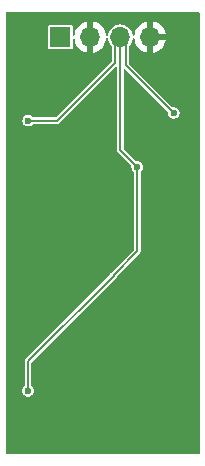
<source format=gbr>
%TF.GenerationSoftware,KiCad,Pcbnew,8.0.1*%
%TF.CreationDate,2025-01-22T19:40:40-07:00*%
%TF.ProjectId,Button,42757474-6f6e-42e6-9b69-6361645f7063,rev?*%
%TF.SameCoordinates,Original*%
%TF.FileFunction,Copper,L2,Bot*%
%TF.FilePolarity,Positive*%
%FSLAX46Y46*%
G04 Gerber Fmt 4.6, Leading zero omitted, Abs format (unit mm)*
G04 Created by KiCad (PCBNEW 8.0.1) date 2025-01-22 19:40:40*
%MOMM*%
%LPD*%
G01*
G04 APERTURE LIST*
%TA.AperFunction,ComponentPad*%
%ADD10R,1.700000X1.700000*%
%TD*%
%TA.AperFunction,ComponentPad*%
%ADD11O,1.700000X1.700000*%
%TD*%
%TA.AperFunction,ViaPad*%
%ADD12C,0.600000*%
%TD*%
%TA.AperFunction,Conductor*%
%ADD13C,0.152400*%
%TD*%
G04 APERTURE END LIST*
D10*
%TO.P,J1,1,Pin_1*%
%TO.N,VCC*%
X189260000Y-65430000D03*
D11*
%TO.P,J1,2,Pin_2*%
%TO.N,GND*%
X191800000Y-65430000D03*
%TO.P,J1,3,Pin_3*%
%TO.N,LED1*%
X194340000Y-65430000D03*
%TO.P,J1,4,Pin_4*%
%TO.N,GND*%
X196880000Y-65430000D03*
%TD*%
D12*
%TO.N,GND*%
X187470000Y-70130000D03*
%TO.N,LED1*%
X186540000Y-72510000D03*
X186520000Y-95390000D03*
X198850000Y-71870000D03*
X195770000Y-76440000D03*
%TD*%
D13*
%TO.N,LED1*%
X193910000Y-67600000D02*
X193910000Y-65860000D01*
X194790000Y-67810000D02*
X194790000Y-65880000D01*
X194340000Y-75010000D02*
X194340000Y-65430000D01*
X193910000Y-65860000D02*
X194340000Y-65430000D01*
X195770000Y-83550000D02*
X195770000Y-76440000D01*
X195770000Y-76440000D02*
X194340000Y-75010000D01*
X194790000Y-65880000D02*
X194340000Y-65430000D01*
X193760000Y-85560000D02*
X195770000Y-83550000D01*
X189000000Y-72510000D02*
X193910000Y-67600000D01*
X193760000Y-85660000D02*
X193760000Y-85560000D01*
X186520000Y-92900000D02*
X193760000Y-85660000D01*
X198850000Y-71870000D02*
X194790000Y-67810000D01*
X186520000Y-95390000D02*
X186520000Y-92900000D01*
X186540000Y-72510000D02*
X189000000Y-72510000D01*
%TD*%
%TA.AperFunction,Conductor*%
%TO.N,GND*%
G36*
X201022638Y-63338093D02*
G01*
X201048358Y-63382642D01*
X201049500Y-63395700D01*
X201049500Y-100664300D01*
X201031907Y-100712638D01*
X200987358Y-100738358D01*
X200974300Y-100739500D01*
X184715700Y-100739500D01*
X184667362Y-100721907D01*
X184641642Y-100677358D01*
X184640500Y-100664300D01*
X184640500Y-95390000D01*
X186014353Y-95390000D01*
X186034835Y-95532459D01*
X186094622Y-95663372D01*
X186094624Y-95663375D01*
X186188872Y-95772143D01*
X186309947Y-95849953D01*
X186448039Y-95890500D01*
X186448042Y-95890500D01*
X186591958Y-95890500D01*
X186591961Y-95890500D01*
X186730053Y-95849953D01*
X186851128Y-95772143D01*
X186945377Y-95663373D01*
X187005165Y-95532457D01*
X187025647Y-95390000D01*
X187005165Y-95247543D01*
X186945377Y-95116627D01*
X186945375Y-95116624D01*
X186910050Y-95075857D01*
X186851128Y-95007857D01*
X186831242Y-94995077D01*
X186800091Y-94954144D01*
X186796700Y-94931816D01*
X186796700Y-93045761D01*
X186814293Y-92997423D01*
X186818726Y-92992587D01*
X187081211Y-92730102D01*
X193981415Y-85829898D01*
X194017844Y-85766803D01*
X194036700Y-85696428D01*
X194036700Y-85696426D01*
X194037975Y-85691668D01*
X194038980Y-85691937D01*
X194058057Y-85653255D01*
X195991415Y-83719898D01*
X196027843Y-83656803D01*
X196027844Y-83656802D01*
X196046700Y-83586428D01*
X196046700Y-76898184D01*
X196064293Y-76849846D01*
X196081244Y-76834922D01*
X196101125Y-76822145D01*
X196101125Y-76822144D01*
X196101128Y-76822143D01*
X196195377Y-76713373D01*
X196255165Y-76582457D01*
X196275647Y-76440000D01*
X196255165Y-76297543D01*
X196195377Y-76166627D01*
X196195375Y-76166624D01*
X196101127Y-76057856D01*
X196101125Y-76057855D01*
X195980051Y-75980046D01*
X195980052Y-75980046D01*
X195841963Y-75939500D01*
X195841961Y-75939500D01*
X195698039Y-75939500D01*
X195692661Y-75939500D01*
X195692661Y-75936710D01*
X195652402Y-75928288D01*
X195638875Y-75917562D01*
X194638726Y-74917413D01*
X194616986Y-74870793D01*
X194616700Y-74864239D01*
X194616700Y-68209561D01*
X194634293Y-68161223D01*
X194678842Y-68135503D01*
X194729500Y-68144436D01*
X194745074Y-68156387D01*
X198332107Y-71743420D01*
X198353847Y-71790040D01*
X198353368Y-71807295D01*
X198344353Y-71869999D01*
X198364835Y-72012459D01*
X198424622Y-72143372D01*
X198424624Y-72143375D01*
X198505425Y-72236624D01*
X198518872Y-72252143D01*
X198639947Y-72329953D01*
X198778039Y-72370500D01*
X198778042Y-72370500D01*
X198921958Y-72370500D01*
X198921961Y-72370500D01*
X199060053Y-72329953D01*
X199181128Y-72252143D01*
X199275377Y-72143373D01*
X199335165Y-72012457D01*
X199355647Y-71870000D01*
X199335165Y-71727543D01*
X199275377Y-71596627D01*
X199275375Y-71596624D01*
X199181127Y-71487856D01*
X199181125Y-71487855D01*
X199060051Y-71410046D01*
X199060052Y-71410046D01*
X198921963Y-71369500D01*
X198921961Y-71369500D01*
X198778039Y-71369500D01*
X198772661Y-71369500D01*
X198772661Y-71366710D01*
X198732402Y-71358288D01*
X198718875Y-71347562D01*
X195088726Y-67717413D01*
X195066986Y-67670793D01*
X195066700Y-67664239D01*
X195066700Y-66227268D01*
X195084146Y-66179332D01*
X195084066Y-66179266D01*
X195084254Y-66179036D01*
X195084293Y-66178930D01*
X195084752Y-66178429D01*
X195086406Y-66176412D01*
X195086410Y-66176410D01*
X195217685Y-66016450D01*
X195315232Y-65833954D01*
X195375300Y-65635934D01*
X195384768Y-65539797D01*
X195407014Y-65493418D01*
X195453869Y-65472188D01*
X195503408Y-65486043D01*
X195532451Y-65528499D01*
X195534520Y-65540615D01*
X195545430Y-65665316D01*
X195606569Y-65893490D01*
X195606570Y-65893494D01*
X195706398Y-66107576D01*
X195841885Y-66301072D01*
X195841896Y-66301085D01*
X196008914Y-66468103D01*
X196008927Y-66468114D01*
X196202423Y-66603601D01*
X196202423Y-66603602D01*
X196416505Y-66703429D01*
X196630000Y-66760634D01*
X196630000Y-65863012D01*
X196687007Y-65895925D01*
X196814174Y-65930000D01*
X196945826Y-65930000D01*
X197072993Y-65895925D01*
X197130000Y-65863012D01*
X197130000Y-66760634D01*
X197343494Y-66703429D01*
X197557576Y-66603602D01*
X197557576Y-66603601D01*
X197751072Y-66468114D01*
X197751085Y-66468103D01*
X197918103Y-66301085D01*
X197918114Y-66301072D01*
X198053601Y-66107576D01*
X198053602Y-66107576D01*
X198153429Y-65893494D01*
X198153431Y-65893490D01*
X198210636Y-65680000D01*
X197313012Y-65680000D01*
X197345925Y-65622993D01*
X197380000Y-65495826D01*
X197380000Y-65364174D01*
X197345925Y-65237007D01*
X197313012Y-65180000D01*
X198210636Y-65180000D01*
X198153431Y-64966509D01*
X198153429Y-64966505D01*
X198053603Y-64752427D01*
X197918107Y-64558918D01*
X197751085Y-64391896D01*
X197751072Y-64391885D01*
X197557576Y-64256398D01*
X197557576Y-64256397D01*
X197343494Y-64156570D01*
X197343490Y-64156568D01*
X197130000Y-64099364D01*
X197130000Y-64996988D01*
X197072993Y-64964075D01*
X196945826Y-64930000D01*
X196814174Y-64930000D01*
X196687007Y-64964075D01*
X196630000Y-64996988D01*
X196630000Y-64099364D01*
X196416509Y-64156568D01*
X196416505Y-64156570D01*
X196202427Y-64256396D01*
X196008918Y-64391892D01*
X195841892Y-64558918D01*
X195706396Y-64752427D01*
X195606570Y-64966505D01*
X195606569Y-64966509D01*
X195545430Y-65194683D01*
X195534520Y-65319384D01*
X195512780Y-65366005D01*
X195466160Y-65387744D01*
X195416473Y-65374430D01*
X195386968Y-65332293D01*
X195384769Y-65320205D01*
X195375300Y-65224066D01*
X195337598Y-65099778D01*
X195315234Y-65026052D01*
X195315229Y-65026040D01*
X195217687Y-64843554D01*
X195217684Y-64843549D01*
X195086410Y-64683590D01*
X194926450Y-64552315D01*
X194926445Y-64552312D01*
X194743959Y-64454770D01*
X194743947Y-64454765D01*
X194545932Y-64394699D01*
X194340000Y-64374417D01*
X194134067Y-64394699D01*
X193936052Y-64454765D01*
X193936040Y-64454770D01*
X193753554Y-64552312D01*
X193753549Y-64552315D01*
X193593590Y-64683590D01*
X193462315Y-64843549D01*
X193462312Y-64843554D01*
X193364770Y-65026040D01*
X193364765Y-65026052D01*
X193304699Y-65224067D01*
X193295231Y-65320201D01*
X193272984Y-65366582D01*
X193226129Y-65387811D01*
X193176590Y-65373956D01*
X193147547Y-65331499D01*
X193145479Y-65319384D01*
X193134569Y-65194683D01*
X193073430Y-64966509D01*
X193073429Y-64966505D01*
X192973603Y-64752427D01*
X192838107Y-64558918D01*
X192671085Y-64391896D01*
X192671072Y-64391885D01*
X192477576Y-64256398D01*
X192477576Y-64256397D01*
X192263494Y-64156570D01*
X192263490Y-64156568D01*
X192050000Y-64099364D01*
X192050000Y-64996988D01*
X191992993Y-64964075D01*
X191865826Y-64930000D01*
X191734174Y-64930000D01*
X191607007Y-64964075D01*
X191550000Y-64996988D01*
X191550000Y-64099364D01*
X191336509Y-64156568D01*
X191336505Y-64156570D01*
X191122427Y-64256396D01*
X190928918Y-64391892D01*
X190761892Y-64558918D01*
X190626396Y-64752427D01*
X190526570Y-64966505D01*
X190526569Y-64966509D01*
X190465430Y-65194683D01*
X190460614Y-65249736D01*
X190438874Y-65296356D01*
X190392254Y-65318096D01*
X190342567Y-65304782D01*
X190313062Y-65262645D01*
X190310500Y-65243182D01*
X190310500Y-64560251D01*
X190298867Y-64501770D01*
X190298866Y-64501768D01*
X190254552Y-64435448D01*
X190188231Y-64391133D01*
X190188229Y-64391132D01*
X190129749Y-64379500D01*
X190129748Y-64379500D01*
X188390252Y-64379500D01*
X188390251Y-64379500D01*
X188331770Y-64391132D01*
X188331768Y-64391133D01*
X188265448Y-64435448D01*
X188221133Y-64501768D01*
X188221132Y-64501770D01*
X188209500Y-64560251D01*
X188209500Y-66299748D01*
X188221132Y-66358229D01*
X188221133Y-66358231D01*
X188265448Y-66424552D01*
X188331769Y-66468867D01*
X188361010Y-66474683D01*
X188390251Y-66480500D01*
X188390252Y-66480500D01*
X190129749Y-66480500D01*
X190149242Y-66476622D01*
X190188231Y-66468867D01*
X190254552Y-66424552D01*
X190298867Y-66358231D01*
X190310500Y-66299748D01*
X190310500Y-65616817D01*
X190328093Y-65568479D01*
X190372642Y-65542759D01*
X190423300Y-65551692D01*
X190456365Y-65591097D01*
X190460614Y-65610263D01*
X190465430Y-65665316D01*
X190526569Y-65893490D01*
X190526570Y-65893494D01*
X190626398Y-66107576D01*
X190761885Y-66301072D01*
X190761896Y-66301085D01*
X190928914Y-66468103D01*
X190928927Y-66468114D01*
X191122423Y-66603601D01*
X191122423Y-66603602D01*
X191336505Y-66703429D01*
X191550000Y-66760634D01*
X191550000Y-65863012D01*
X191607007Y-65895925D01*
X191734174Y-65930000D01*
X191865826Y-65930000D01*
X191992993Y-65895925D01*
X192050000Y-65863012D01*
X192050000Y-66760634D01*
X192263494Y-66703429D01*
X192477576Y-66603602D01*
X192477576Y-66603601D01*
X192671072Y-66468114D01*
X192671085Y-66468103D01*
X192838103Y-66301085D01*
X192838114Y-66301072D01*
X192973601Y-66107576D01*
X192973602Y-66107576D01*
X193073429Y-65893494D01*
X193073430Y-65893490D01*
X193134569Y-65665316D01*
X193145479Y-65540615D01*
X193167218Y-65493995D01*
X193213839Y-65472255D01*
X193263526Y-65485569D01*
X193293031Y-65527706D01*
X193295231Y-65539798D01*
X193304699Y-65635932D01*
X193364765Y-65833947D01*
X193364770Y-65833959D01*
X193462312Y-66016445D01*
X193462315Y-66016450D01*
X193593588Y-66176408D01*
X193593591Y-66176411D01*
X193605805Y-66186434D01*
X193632010Y-66230698D01*
X193633300Y-66244565D01*
X193633300Y-67454239D01*
X193615707Y-67502577D01*
X193611274Y-67507413D01*
X188907413Y-72211274D01*
X188860793Y-72233014D01*
X188854239Y-72233300D01*
X186996837Y-72233300D01*
X186948499Y-72215707D01*
X186940005Y-72207345D01*
X186871130Y-72127859D01*
X186871125Y-72127855D01*
X186750051Y-72050046D01*
X186750052Y-72050046D01*
X186611963Y-72009500D01*
X186611961Y-72009500D01*
X186468039Y-72009500D01*
X186468036Y-72009500D01*
X186329948Y-72050046D01*
X186208874Y-72127855D01*
X186208872Y-72127856D01*
X186114624Y-72236624D01*
X186114622Y-72236627D01*
X186054835Y-72367540D01*
X186034353Y-72510000D01*
X186054835Y-72652459D01*
X186114622Y-72783372D01*
X186114624Y-72783375D01*
X186208869Y-72892140D01*
X186208872Y-72892143D01*
X186329947Y-72969953D01*
X186468039Y-73010500D01*
X186468042Y-73010500D01*
X186611958Y-73010500D01*
X186611961Y-73010500D01*
X186750053Y-72969953D01*
X186871128Y-72892143D01*
X186898321Y-72860760D01*
X186940005Y-72812655D01*
X186984955Y-72787645D01*
X186996837Y-72786700D01*
X189036427Y-72786700D01*
X189036428Y-72786700D01*
X189106803Y-72767844D01*
X189169898Y-72731415D01*
X193934926Y-67966387D01*
X193981546Y-67944647D01*
X194031233Y-67957961D01*
X194060738Y-68000098D01*
X194063300Y-68019561D01*
X194063300Y-74973572D01*
X194063300Y-75046428D01*
X194082156Y-75116803D01*
X194118585Y-75179898D01*
X194118586Y-75179899D01*
X195252107Y-76313420D01*
X195273847Y-76360040D01*
X195273368Y-76377295D01*
X195264353Y-76439999D01*
X195284835Y-76582459D01*
X195344622Y-76713372D01*
X195344624Y-76713375D01*
X195384488Y-76759380D01*
X195438872Y-76822143D01*
X195438873Y-76822143D01*
X195438874Y-76822145D01*
X195458756Y-76834922D01*
X195489909Y-76875855D01*
X195493300Y-76898184D01*
X195493300Y-83404239D01*
X195475707Y-83452577D01*
X195471274Y-83457413D01*
X193538585Y-85390101D01*
X193538583Y-85390103D01*
X193502155Y-85453196D01*
X193502156Y-85453197D01*
X193482025Y-85528332D01*
X193481022Y-85528063D01*
X193461941Y-85566745D01*
X186298583Y-92730103D01*
X186262155Y-92793196D01*
X186262156Y-92793197D01*
X186243300Y-92863573D01*
X186243300Y-94931816D01*
X186225707Y-94980154D01*
X186208758Y-94995076D01*
X186188872Y-95007857D01*
X186094624Y-95116624D01*
X186094622Y-95116627D01*
X186034835Y-95247540D01*
X186014353Y-95390000D01*
X184640500Y-95390000D01*
X184640500Y-63395700D01*
X184658093Y-63347362D01*
X184702642Y-63321642D01*
X184715700Y-63320500D01*
X200974300Y-63320500D01*
X201022638Y-63338093D01*
G37*
%TD.AperFunction*%
%TD*%
M02*

</source>
